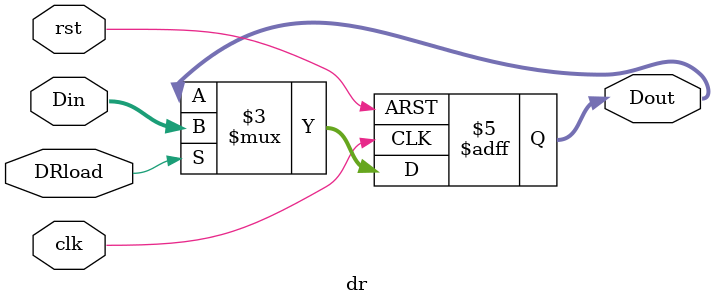
<source format=v>

module dr(Din, clk, rst, DRload, Dout);

input [7:0] Din;
input clk, rst, DRload;

output [7:0] Dout;
reg [7:0] Dout;

always @ (posedge clk or negedge rst) begin
	if(!rst)
	    Dout <= 0;
	else if(DRload)
	    Dout <= Din;
end

endmodule
</source>
